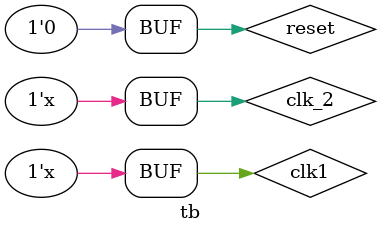
<source format=v>
module tb;

reg b_in;
reg clk1;
reg reset;
wire frame_clk;
wire req;
wire [3:0]data;
reg clk_2;

homeworkVII_3_PCS_demo PCS_demo
(
.b_in(b_in),
.clk1(clk1),
.reset(reset),
.frame_clk(frame_clk),
.req(req),
.data(data)
);

homeworkVIII_2_Data_Avg Data_Avg
(
.clk_2(clk_2),
.reset(reset),
.req(req),
.data(data),
.avg(avg)
);

initial
clk1 = 0;
always #20 clk1 = ~clk1;

initial
clk_2 = 0;
always #2.5 clk_2 = ~clk_2;

initial
begin
reset = 0;
#10 reset = 1;
#10 reset = 0;
end


always@(posedge clk1)
begin
#4 b_in = $random;
end
/*initial
begin
b_in <= 0;
#50 b_in <= 0;
#10 b_in <= 1;
#10 b_in <= 1;
#10 b_in <= 1;
#10 b_in <= 1;
#10 b_in <= 0;
#10 b_in <= 1;
#10 b_in <= 1;
#10 b_in <= 0;
#10 b_in <= 1;
#10 b_in <= 0;
#10 b_in <= 1;
#10 b_in <= 1;
#10 b_in <= 1;
#10 b_in <= 1;
#10 b_in <= 0;
#10 b_in <= 0;
#10 b_in <= 1;
#10 b_in <= 1;
#10 b_in <= 1;
#10 b_in <= 1;
#10 b_in <= 0;
#10 b_in <= 1;
#10 b_in <= 0;
#10 b_in <= 0;
#10 b_in <= 1;
#10 b_in <= 0;
#10 b_in <= 1;
#10 b_in <= 0;
#10 b_in <= 1;
#10 b_in <= 1;
end*/

endmodule
</source>
